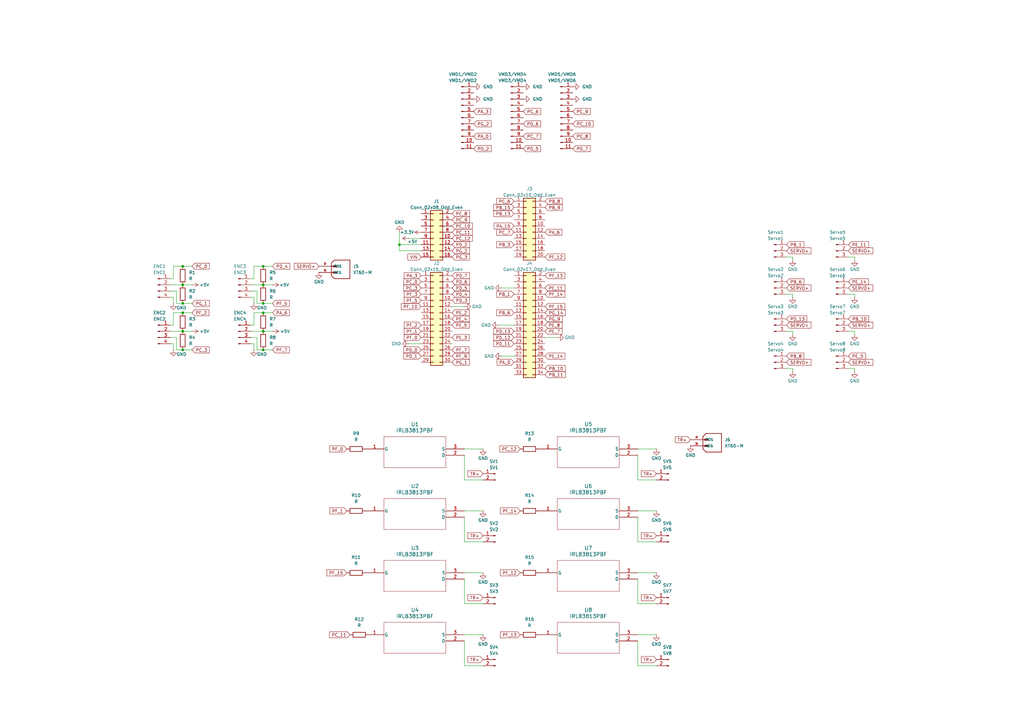
<source format=kicad_sch>
(kicad_sch (version 20250114) (generator "eeschema") (generator_version "9.0")
  (paper "A3")
  (junction (at 163.83 100.33))
  (junction (at 74.93 135.89))
  (junction (at 74.93 143.51))
  (junction (at 74.93 128.27))
  (junction (at 74.93 109.22))
  (junction (at 74.93 116.84))
  (junction (at 107.95 128.27))
  (junction (at 107.95 135.89))
  (junction (at 107.95 116.84))
  (junction (at 74.93 124.46))
  (junction (at 107.95 143.51))
  (junction (at 107.95 109.22))
  (junction (at 107.95 124.46))
  (wire (pts (xy 71.12 128.27) (xy 74.93 128.27)))
  (wire (pts (xy 325.12 105.41) (xy 325.12 106.68)))
  (wire (pts (xy 347.98 120.65) (xy 350.52 120.65)))
  (wire (pts (xy 261.62 196.85) (xy 269.24 196.85)))
  (wire (pts (xy 347.98 151.13) (xy 350.52 151.13)))
  (wire (pts (xy 102.87 138.43) (xy 105.41 138.43)))
  (wire (pts (xy 74.93 128.27) (xy 78.74 128.27)))
  (wire (pts (xy 261.62 234.95) (xy 269.24 234.95)))
  (wire (pts (xy 102.87 114.3) (xy 104.14 114.3)))
  (wire (pts (xy 325.12 135.89) (xy 325.12 137.16)))
  (wire (pts (xy 261.62 260.35) (xy 269.24 260.35)))
  (wire (pts (xy 71.12 114.3) (xy 71.12 109.22)))
  (wire (pts (xy 205.74 146.05) (xy 210.82 146.05)))
  (wire (pts (xy 72.39 143.51) (xy 74.93 143.51)))
  (wire (pts (xy 204.47 133.35) (xy 210.82 133.35)))
  (wire (pts (xy 69.85 119.38) (xy 72.39 119.38)))
  (wire (pts (xy 261.62 184.15) (xy 269.24 184.15)))
  (wire (pts (xy 163.83 100.33) (xy 172.72 100.33)))
  (wire (pts (xy 261.62 237.49) (xy 261.62 247.65)))
  (wire (pts (xy 261.62 273.05) (xy 269.24 273.05)))
  (wire (pts (xy 104.14 109.22) (xy 107.95 109.22)))
  (wire (pts (xy 163.83 100.33) (xy 163.83 102.87)))
  (wire (pts (xy 261.62 209.55) (xy 269.24 209.55)))
  (wire (pts (xy 190.5 186.69) (xy 190.5 196.85)))
  (wire (pts (xy 223.52 138.43) (xy 228.6 138.43)))
  (wire (pts (xy 105.41 138.43) (xy 105.41 143.51)))
  (wire (pts (xy 261.62 222.25) (xy 269.24 222.25)))
  (wire (pts (xy 190.5 260.35) (xy 198.12 260.35)))
  (wire (pts (xy 261.62 247.65) (xy 269.24 247.65)))
  (wire (pts (xy 72.39 138.43) (xy 72.39 143.51)))
  (wire (pts (xy 74.93 143.51) (xy 78.74 143.51)))
  (wire (pts (xy 102.87 121.92) (xy 104.14 121.92)))
  (wire (pts (xy 69.85 116.84) (xy 74.93 116.84)))
  (wire (pts (xy 325.12 151.13) (xy 325.12 152.4)))
  (wire (pts (xy 104.14 133.35) (xy 104.14 128.27)))
  (wire (pts (xy 167.64 140.97) (xy 172.72 140.97)))
  (wire (pts (xy 69.85 121.92) (xy 71.12 121.92)))
  (wire (pts (xy 347.98 105.41) (xy 350.52 105.41)))
  (wire (pts (xy 322.58 151.13) (xy 325.12 151.13)))
  (wire (pts (xy 172.72 102.87) (xy 163.83 102.87)))
  (wire (pts (xy 107.95 143.51) (xy 111.76 143.51)))
  (wire (pts (xy 105.41 143.51) (xy 107.95 143.51)))
  (wire (pts (xy 107.95 124.46) (xy 111.76 124.46)))
  (wire (pts (xy 69.85 114.3) (xy 71.12 114.3)))
  (wire (pts (xy 261.62 186.69) (xy 261.62 196.85)))
  (wire (pts (xy 107.95 128.27) (xy 111.76 128.27)))
  (wire (pts (xy 107.95 135.89) (xy 111.76 135.89)))
  (wire (pts (xy 167.64 97.79) (xy 172.72 97.79)))
  (wire (pts (xy 350.52 105.41) (xy 350.52 106.68)))
  (wire (pts (xy 190.5 196.85) (xy 198.12 196.85)))
  (wire (pts (xy 205.74 118.11) (xy 210.82 118.11)))
  (wire (pts (xy 72.39 124.46) (xy 74.93 124.46)))
  (wire (pts (xy 185.42 125.73) (xy 190.5 125.73)))
  (wire (pts (xy 72.39 119.38) (xy 72.39 124.46)))
  (wire (pts (xy 104.14 121.92) (xy 104.14 124.46)))
  (wire (pts (xy 190.5 234.95) (xy 198.12 234.95)))
  (wire (pts (xy 71.12 121.92) (xy 71.12 124.46)))
  (wire (pts (xy 102.87 133.35) (xy 104.14 133.35)))
  (wire (pts (xy 69.85 135.89) (xy 74.93 135.89)))
  (wire (pts (xy 163.83 95.25) (xy 163.83 100.33)))
  (wire (pts (xy 104.14 128.27) (xy 107.95 128.27)))
  (wire (pts (xy 322.58 120.65) (xy 325.12 120.65)))
  (wire (pts (xy 74.93 109.22) (xy 78.74 109.22)))
  (wire (pts (xy 74.93 135.89) (xy 78.74 135.89)))
  (wire (pts (xy 71.12 140.97) (xy 71.12 143.51)))
  (wire (pts (xy 347.98 135.89) (xy 350.52 135.89)))
  (wire (pts (xy 71.12 109.22) (xy 74.93 109.22)))
  (wire (pts (xy 322.58 135.89) (xy 325.12 135.89)))
  (wire (pts (xy 107.95 109.22) (xy 111.76 109.22)))
  (wire (pts (xy 104.14 114.3) (xy 104.14 109.22)))
  (wire (pts (xy 69.85 140.97) (xy 71.12 140.97)))
  (wire (pts (xy 190.5 273.05) (xy 198.12 273.05)))
  (wire (pts (xy 102.87 119.38) (xy 105.41 119.38)))
  (wire (pts (xy 350.52 151.13) (xy 350.52 152.4)))
  (wire (pts (xy 350.52 120.65) (xy 350.52 121.92)))
  (wire (pts (xy 261.62 262.89) (xy 261.62 273.05)))
  (wire (pts (xy 261.62 212.09) (xy 261.62 222.25)))
  (wire (pts (xy 104.14 140.97) (xy 104.14 143.51)))
  (wire (pts (xy 74.93 124.46) (xy 78.74 124.46)))
  (wire (pts (xy 107.95 116.84) (xy 111.76 116.84)))
  (wire (pts (xy 190.5 209.55) (xy 198.12 209.55)))
  (wire (pts (xy 102.87 135.89) (xy 107.95 135.89)))
  (wire (pts (xy 102.87 140.97) (xy 104.14 140.97)))
  (wire (pts (xy 350.52 135.89) (xy 350.52 137.16)))
  (wire (pts (xy 190.5 237.49) (xy 190.5 247.65)))
  (wire (pts (xy 190.5 212.09) (xy 190.5 222.25)))
  (wire (pts (xy 190.5 222.25) (xy 198.12 222.25)))
  (wire (pts (xy 74.93 116.84) (xy 78.74 116.84)))
  (wire (pts (xy 325.12 120.65) (xy 325.12 121.92)))
  (wire (pts (xy 102.87 116.84) (xy 107.95 116.84)))
  (wire (pts (xy 190.5 247.65) (xy 198.12 247.65)))
  (wire (pts (xy 69.85 133.35) (xy 71.12 133.35)))
  (wire (pts (xy 105.41 124.46) (xy 107.95 124.46)))
  (wire (pts (xy 105.41 119.38) (xy 105.41 124.46)))
  (wire (pts (xy 190.5 184.15) (xy 198.12 184.15)))
  (wire (pts (xy 322.58 105.41) (xy 325.12 105.41)))
  (wire (pts (xy 71.12 133.35) (xy 71.12 128.27)))
  (wire (pts (xy 190.5 262.89) (xy 190.5 273.05)))
  (wire (pts (xy 69.85 138.43) (xy 72.39 138.43)))
  (global_label "PG_14" (shape input) (at 223.52 128.27 0) (property "Intersheetrefs" "${INTERSHEET_REFS}" (effects (hide yes))))
  (global_label "PA_3" (shape input) (at 172.72 113.03 180) (property "Intersheetrefs" "${INTERSHEET_REFS}" (effects (hide yes))))
  (global_label "PC_6" (shape input) (at 214.63 45.72 0) (property "Intersheetrefs" "${INTERSHEET_REFS}" (effects (hide yes))))
  (global_label "TR+" (shape input) (at 269.24 219.71 180) (property "Intersheetrefs" "${INTERSHEET_REFS}" (effects (hide yes))))
  (global_label "PC_9" (shape input) (at 185.42 90.17 0) (property "Intersheetrefs" "${INTERSHEET_REFS}" (effects (hide yes))))
  (global_label "TR+" (shape input) (at 269.24 194.31 180) (property "Intersheetrefs" "${INTERSHEET_REFS}" (effects (hide yes))))
  (global_label "PG_1" (shape input) (at 78.74 124.46 0) (property "Intersheetrefs" "${INTERSHEET_REFS}" (effects (hide yes))))
  (global_label "PC_10" (shape input) (at 185.42 92.71 0) (property "Intersheetrefs" "${INTERSHEET_REFS}" (effects (hide yes))))
  (global_label "PA_3" (shape input) (at 194.31 45.72 0) (property "Intersheetrefs" "${INTERSHEET_REFS}" (effects (hide yes))))
  (global_label "VIN" (shape input) (at 172.72 105.41 180) (property "Intersheetrefs" "${INTERSHEET_REFS}" (effects (hide yes))))
  (global_label "TR+" (shape input) (at 198.12 194.31 180) (property "Intersheetrefs" "${INTERSHEET_REFS}" (effects (hide yes))))
  (global_label "PF_7" (shape input) (at 185.42 143.51 0) (property "Intersheetrefs" "${INTERSHEET_REFS}" (effects (hide yes))))
  (global_label "PD_13" (shape input) (at 322.58 130.81 0) (property "Intersheetrefs" "${INTERSHEET_REFS}" (effects (hide yes))))
  (global_label "PF_5" (shape input) (at 111.76 124.46 0) (property "Intersheetrefs" "${INTERSHEET_REFS}" (effects (hide yes))))
  (global_label "PC_8" (shape input) (at 234.95 55.88 0) (property "Intersheetrefs" "${INTERSHEET_REFS}" (effects (hide yes))))
  (global_label "PC_12" (shape input) (at 213.36 184.15 180) (property "Intersheetrefs" "${INTERSHEET_REFS}" (effects (hide yes))))
  (global_label "PC_0" (shape input) (at 78.74 109.22 0) (property "Intersheetrefs" "${INTERSHEET_REFS}" (effects (hide yes))))
  (global_label "PB_10" (shape input) (at 347.98 130.81 0) (property "Intersheetrefs" "${INTERSHEET_REFS}" (effects (hide yes))))
  (global_label "PE_11" (shape input) (at 347.98 100.33 0) (property "Intersheetrefs" "${INTERSHEET_REFS}" (effects (hide yes))))
  (global_label "PB_8" (shape input) (at 223.52 82.55 0) (property "Intersheetrefs" "${INTERSHEET_REFS}" (effects (hide yes))))
  (global_label "PF_0" (shape input) (at 142.24 184.15 180) (property "Intersheetrefs" "${INTERSHEET_REFS}" (effects (hide yes))))
  (global_label "PB_1" (shape input) (at 210.82 120.65 180) (property "Intersheetrefs" "${INTERSHEET_REFS}" (effects (hide yes))))
  (global_label "PA_0" (shape input) (at 210.82 148.59 180) (property "Intersheetrefs" "${INTERSHEET_REFS}" (effects (hide yes))))
  (global_label "PB_9" (shape input) (at 223.52 85.09 0) (property "Intersheetrefs" "${INTERSHEET_REFS}" (effects (hide yes))))
  (global_label "PC_0" (shape input) (at 172.72 115.57 180) (property "Intersheetrefs" "${INTERSHEET_REFS}" (effects (hide yes))))
  (global_label "PD_3" (shape input) (at 185.42 123.19 0) (property "Intersheetrefs" "${INTERSHEET_REFS}" (effects (hide yes))))
  (global_label "PC_9" (shape input) (at 234.95 45.72 0) (property "Intersheetrefs" "${INTERSHEET_REFS}" (effects (hide yes))))
  (global_label "PD_4" (shape input) (at 185.42 120.65 0) (property "Intersheetrefs" "${INTERSHEET_REFS}" (effects (hide yes))))
  (global_label "PD_6" (shape input) (at 214.63 50.8 0) (property "Intersheetrefs" "${INTERSHEET_REFS}" (effects (hide yes))))
  (global_label "PB_10" (shape input) (at 223.52 151.13 0) (property "Intersheetrefs" "${INTERSHEET_REFS}" (effects (hide yes))))
  (global_label "PB_6" (shape input) (at 322.58 115.57 0) (property "Intersheetrefs" "${INTERSHEET_REFS}" (effects (hide yes))))
  (global_label "PB_11" (shape input) (at 223.52 153.67 0) (property "Intersheetrefs" "${INTERSHEET_REFS}" (effects (hide yes))))
  (global_label "PD_12" (shape input) (at 210.82 138.43 180) (property "Intersheetrefs" "${INTERSHEET_REFS}" (effects (hide yes))))
  (global_label "PD_5" (shape input) (at 214.63 60.96 0) (property "Intersheetrefs" "${INTERSHEET_REFS}" (effects (hide yes))))
  (global_label "PF_15" (shape input) (at 142.24 234.95 180) (property "Intersheetrefs" "${INTERSHEET_REFS}" (effects (hide yes))))
  (global_label "SERVO+" (shape input) (at 322.58 133.35 0) (property "Intersheetrefs" "${INTERSHEET_REFS}" (effects (hide yes))))
  (global_label "PB_6" (shape input) (at 210.82 128.27 180) (property "Intersheetrefs" "${INTERSHEET_REFS}" (effects (hide yes))))
  (global_label "PE_11" (shape input) (at 223.52 118.11 0) (property "Intersheetrefs" "${INTERSHEET_REFS}" (effects (hide yes))))
  (global_label "PB_1" (shape input) (at 322.58 100.33 0) (property "Intersheetrefs" "${INTERSHEET_REFS}" (effects (hide yes))))
  (global_label "PE_4" (shape input) (at 185.42 130.81 0) (property "Intersheetrefs" "${INTERSHEET_REFS}" (effects (hide yes))))
  (global_label "PA_15" (shape input) (at 210.82 92.71 180) (property "Intersheetrefs" "${INTERSHEET_REFS}" (effects (hide yes))))
  (global_label "PF_1" (shape input) (at 172.72 135.89 180) (property "Intersheetrefs" "${INTERSHEET_REFS}" (effects (hide yes))))
  (global_label "PF_10" (shape input) (at 172.72 125.73 180) (property "Intersheetrefs" "${INTERSHEET_REFS}" (effects (hide yes))))
  (global_label "PD_7" (shape input) (at 234.95 60.96 0) (property "Intersheetrefs" "${INTERSHEET_REFS}" (effects (hide yes))))
  (global_label "PE_5" (shape input) (at 185.42 133.35 0) (property "Intersheetrefs" "${INTERSHEET_REFS}" (effects (hide yes))))
  (global_label "PB_15" (shape input) (at 210.82 85.09 180) (property "Intersheetrefs" "${INTERSHEET_REFS}" (effects (hide yes))))
  (global_label "PD_2" (shape input) (at 185.42 100.33 0) (property "Intersheetrefs" "${INTERSHEET_REFS}" (effects (hide yes))))
  (global_label "TR+" (shape input) (at 198.12 270.51 180) (property "Intersheetrefs" "${INTERSHEET_REFS}" (effects (hide yes))))
  (global_label "SERVO+" (shape input) (at 347.98 148.59 0) (property "Intersheetrefs" "${INTERSHEET_REFS}" (effects (hide yes))))
  (global_label "PE_8" (shape input) (at 223.52 133.35 0) (property "Intersheetrefs" "${INTERSHEET_REFS}" (effects (hide yes))))
  (global_label "PD_11" (shape input) (at 210.82 140.97 180) (property "Intersheetrefs" "${INTERSHEET_REFS}" (effects (hide yes))))
  (global_label "PC_7" (shape input) (at 210.82 95.25 180) (property "Intersheetrefs" "${INTERSHEET_REFS}" (effects (hide yes))))
  (global_label "PG_2" (shape input) (at 185.42 102.87 0) (property "Intersheetrefs" "${INTERSHEET_REFS}" (effects (hide yes))))
  (global_label "PA_6" (shape input) (at 111.76 128.27 0) (property "Intersheetrefs" "${INTERSHEET_REFS}" (effects (hide yes))))
  (global_label "PG_3" (shape input) (at 185.42 105.41 0) (property "Intersheetrefs" "${INTERSHEET_REFS}" (effects (hide yes))))
  (global_label "SERVO+" (shape input) (at 347.98 102.87 0) (property "Intersheetrefs" "${INTERSHEET_REFS}" (effects (hide yes))))
  (global_label "PD_7" (shape input) (at 185.42 113.03 0) (property "Intersheetrefs" "${INTERSHEET_REFS}" (effects (hide yes))))
  (global_label "PD_4" (shape input) (at 111.76 109.22 0) (property "Intersheetrefs" "${INTERSHEET_REFS}" (effects (hide yes))))
  (global_label "PF_5" (shape input) (at 172.72 123.19 180) (property "Intersheetrefs" "${INTERSHEET_REFS}" (effects (hide yes))))
  (global_label "TR+" (shape input) (at 283.21 180.34 180) (property "Intersheetrefs" "${INTERSHEET_REFS}" (effects (hide yes))))
  (global_label "PC_10" (shape input) (at 234.95 50.8 0) (property "Intersheetrefs" "${INTERSHEET_REFS}" (effects (hide yes))))
  (global_label "PF_7" (shape input) (at 111.76 143.51 0) (property "Intersheetrefs" "${INTERSHEET_REFS}" (effects (hide yes))))
  (global_label "PD_0" (shape input) (at 172.72 143.51 180) (property "Intersheetrefs" "${INTERSHEET_REFS}" (effects (hide yes))))
  (global_label "PC_3" (shape input) (at 78.74 143.51 0) (property "Intersheetrefs" "${INTERSHEET_REFS}" (effects (hide yes))))
  (global_label "PF_12" (shape input) (at 223.52 105.41 0) (property "Intersheetrefs" "${INTERSHEET_REFS}" (effects (hide yes))))
  (global_label "PF_3" (shape input) (at 172.72 120.65 180) (property "Intersheetrefs" "${INTERSHEET_REFS}" (effects (hide yes))))
  (global_label "PF_15" (shape input) (at 223.52 125.73 0) (property "Intersheetrefs" "${INTERSHEET_REFS}" (effects (hide yes))))
  (global_label "SERVO+" (shape input) (at 322.58 118.11 0) (property "Intersheetrefs" "${INTERSHEET_REFS}" (effects (hide yes))))
  (global_label "TR+" (shape input) (at 269.24 270.51 180) (property "Intersheetrefs" "${INTERSHEET_REFS}" (effects (hide yes))))
  (global_label "PE_14" (shape input) (at 223.52 146.05 0) (property "Intersheetrefs" "${INTERSHEET_REFS}" (effects (hide yes))))
  (global_label "PC_6" (shape input) (at 210.82 82.55 180) (property "Intersheetrefs" "${INTERSHEET_REFS}" (effects (hide yes))))
  (global_label "PF_13" (shape input) (at 223.52 113.03 0) (property "Intersheetrefs" "${INTERSHEET_REFS}" (effects (hide yes))))
  (global_label "PE_2" (shape input) (at 185.42 128.27 0) (property "Intersheetrefs" "${INTERSHEET_REFS}" (effects (hide yes))))
  (global_label "PF_0" (shape input) (at 172.72 138.43 180) (property "Intersheetrefs" "${INTERSHEET_REFS}" (effects (hide yes))))
  (global_label "PE_7" (shape input) (at 223.52 135.89 0) (property "Intersheetrefs" "${INTERSHEET_REFS}" (effects (hide yes))))
  (global_label "PC_12" (shape input) (at 185.42 97.79 0) (property "Intersheetrefs" "${INTERSHEET_REFS}" (effects (hide yes))))
  (global_label "PE_5" (shape input) (at 347.98 146.05 0) (property "Intersheetrefs" "${INTERSHEET_REFS}" (effects (hide yes))))
  (global_label "SERVO+" (shape input) (at 347.98 133.35 0) (property "Intersheetrefs" "${INTERSHEET_REFS}" (effects (hide yes))))
  (global_label "PF_2" (shape input) (at 78.74 128.27 0) (property "Intersheetrefs" "${INTERSHEET_REFS}" (effects (hide yes))))
  (global_label "TR+" (shape input) (at 198.12 245.11 180) (property "Intersheetrefs" "${INTERSHEET_REFS}" (effects (hide yes))))
  (global_label "PE_3" (shape input) (at 185.42 138.43 0) (property "Intersheetrefs" "${INTERSHEET_REFS}" (effects (hide yes))))
  (global_label "PG_9" (shape input) (at 223.52 130.81 0) (property "Intersheetrefs" "${INTERSHEET_REFS}" (effects (hide yes))))
  (global_label "PF_9" (shape input) (at 185.42 146.05 0) (property "Intersheetrefs" "${INTERSHEET_REFS}" (effects (hide yes))))
  (global_label "PC_7" (shape input) (at 214.63 55.88 0) (property "Intersheetrefs" "${INTERSHEET_REFS}" (effects (hide yes))))
  (global_label "PB_8" (shape input) (at 322.58 146.05 0) (property "Intersheetrefs" "${INTERSHEET_REFS}" (effects (hide yes))))
  (global_label "SERVO+" (shape input) (at 347.98 118.11 0) (property "Intersheetrefs" "${INTERSHEET_REFS}" (effects (hide yes))))
  (global_label "PF_2" (shape input) (at 172.72 133.35 180) (property "Intersheetrefs" "${INTERSHEET_REFS}" (effects (hide yes))))
  (global_label "PD_13" (shape input) (at 210.82 135.89 180) (property "Intersheetrefs" "${INTERSHEET_REFS}" (effects (hide yes))))
  (global_label "PD_6" (shape input) (at 185.42 115.57 0) (property "Intersheetrefs" "${INTERSHEET_REFS}" (effects (hide yes))))
  (global_label "TR+" (shape input) (at 269.24 245.11 180) (property "Intersheetrefs" "${INTERSHEET_REFS}" (effects (hide yes))))
  (global_label "TR+" (shape input) (at 198.12 219.71 180) (property "Intersheetrefs" "${INTERSHEET_REFS}" (effects (hide yes))))
  (global_label "PC_8" (shape input) (at 185.42 87.63 0) (property "Intersheetrefs" "${INTERSHEET_REFS}" (effects (hide yes))))
  (global_label "PF_1" (shape input) (at 142.24 209.55 180) (property "Intersheetrefs" "${INTERSHEET_REFS}" (effects (hide yes))))
  (global_label "SERVO+" (shape input) (at 322.58 102.87 0) (property "Intersheetrefs" "${INTERSHEET_REFS}" (effects (hide yes))))
  (global_label "SERVO+" (shape input) (at 130.81 109.22 180) (property "Intersheetrefs" "${INTERSHEET_REFS}" (effects (hide yes))))
  (global_label "PC_11" (shape input) (at 143.51 260.35 180) (property "Intersheetrefs" "${INTERSHEET_REFS}" (effects (hide yes))))
  (global_label "SERVO+" (shape input) (at 322.58 148.59 0) (property "Intersheetrefs" "${INTERSHEET_REFS}" (effects (hide yes))))
  (global_label "PA_6" (shape input) (at 223.52 95.25 0) (property "Intersheetrefs" "${INTERSHEET_REFS}" (effects (hide yes))))
  (global_label "PG_1" (shape input) (at 185.42 148.59 0) (property "Intersheetrefs" "${INTERSHEET_REFS}" (effects (hide yes))))
  (global_label "PA_0" (shape input) (at 194.31 55.88 0) (property "Intersheetrefs" "${INTERSHEET_REFS}" (effects (hide yes))))
  (global_label "PC_11" (shape input) (at 185.42 95.25 0) (property "Intersheetrefs" "${INTERSHEET_REFS}" (effects (hide yes))))
  (global_label "PD_2" (shape input) (at 194.31 60.96 0) (property "Intersheetrefs" "${INTERSHEET_REFS}" (effects (hide yes))))
  (global_label "PD_5" (shape input) (at 185.42 118.11 0) (property "Intersheetrefs" "${INTERSHEET_REFS}" (effects (hide yes))))
  (global_label "PF_14" (shape input) (at 223.52 120.65 0) (property "Intersheetrefs" "${INTERSHEET_REFS}" (effects (hide yes))))
  (global_label "PG_2" (shape input) (at 194.31 50.8 0) (property "Intersheetrefs" "${INTERSHEET_REFS}" (effects (hide yes))))
  (global_label "PE_14" (shape input) (at 347.98 115.57 0) (property "Intersheetrefs" "${INTERSHEET_REFS}" (effects (hide yes))))
  (global_label "PF_12" (shape input) (at 213.36 234.95 180) (property "Intersheetrefs" "${INTERSHEET_REFS}" (effects (hide yes))))
  (global_label "PB_13" (shape input) (at 210.82 87.63 180) (property "Intersheetrefs" "${INTERSHEET_REFS}" (effects (hide yes))))
  (global_label "PF_14" (shape input) (at 213.36 209.55 180) (property "Intersheetrefs" "${INTERSHEET_REFS}" (effects (hide yes))))
  (global_label "PC_3" (shape input) (at 172.72 118.11 180) (property "Intersheetrefs" "${INTERSHEET_REFS}" (effects (hide yes))))
  (global_label "PD_1" (shape input) (at 172.72 146.05 180) (property "Intersheetrefs" "${INTERSHEET_REFS}" (effects (hide yes))))
  (global_label "PF_13" (shape input) (at 213.36 260.35 180) (property "Intersheetrefs" "${INTERSHEET_REFS}" (effects (hide yes))))
  (global_label "PB_3" (shape input) (at 210.82 100.33 180) (property "Intersheetrefs" "${INTERSHEET_REFS}" (effects (hide yes))))
  (symbol (lib_id "power:GND") (at 350.52 121.92 0) (unit 1)
    (property "Reference" "#PWR029" (effects (hide yes)))
    (property "Value" "GND" (at 350.52 125.73 0))
    (property "Description" "Power symbol creates a global label with name \"GND\" , ground" (effects (hide yes)))
  )
  (symbol (lib_id "Device:R") (at 217.17 209.55 90) (unit 1)
    (property "Reference" "R14" (at 217.17 203.2 90))
    (property "Value" "R" (at 217.17 205.74 90))
    (property "Footprint" "Resistor_THT:R_Axial_DIN0207_L6.3mm_D2.5mm_P10.16mm_Horizontal" (effects (hide yes)))
    (property "Description" "Resistor" (effects (hide yes)))
  )
  (symbol (lib_id "Connector:Conn_01x04_Pin") (at 97.79 135.89 0) (unit 1)
    (property "Reference" "ENC4" (at 98.425 128.27 0))
    (property "Value" "ENC4" (at 98.425 130.81 0))
    (property "Footprint" "Connector_PinHeader_2.54mm:PinHeader_1x04_P2.54mm_Vertical" (effects (hide yes)))
    (property "Description" "Generic connector, single row, 01x04, script generated" (effects (hide yes)))
  )
  (symbol (lib_id "Connector:Conn_01x03_Pin") (at 317.5 118.11 0) (unit 1)
    (property "Reference" "Servo2" (at 318.135 110.49 0))
    (property "Value" "Servo2" (at 318.135 113.03 0))
    (property "Footprint" "Connector_PinHeader_2.54mm:PinHeader_1x03_P2.54mm_Vertical" (effects (hide yes)))
    (property "Description" "Generic connector, single row, 01x03, script generated" (effects (hide yes)))
  )
  (symbol (lib_id "Connector:Conn_01x03_Pin") (at 342.9 118.11 0) (unit 1)
    (property "Reference" "Servo6" (at 343.535 110.49 0))
    (property "Value" "Servo6" (at 343.535 113.03 0))
    (property "Footprint" "Connector_PinHeader_2.54mm:PinHeader_1x03_P2.54mm_Vertical" (effects (hide yes)))
    (property "Description" "Generic connector, single row, 01x03, script generated" (effects (hide yes)))
  )
  (symbol (lib_id "Device:R") (at 107.95 120.65 0) (unit 1)
    (property "Reference" "R6" (at 110.49 119.3799 0) (effects (justify left)))
    (property "Value" "R" (at 110.49 121.9199 0) (effects (justify left)))
    (property "Footprint" "Resistor_THT:R_Axial_DIN0207_L6.3mm_D2.5mm_P10.16mm_Horizontal" (effects (hide yes)))
    (property "Description" "Resistor" (effects (hide yes)))
  )
  (symbol (lib_id "Device:R") (at 74.93 113.03 0) (unit 1)
    (property "Reference" "R1" (at 77.47 111.7599 0) (effects (justify left)))
    (property "Value" "R" (at 77.47 114.2999 0) (effects (justify left)))
    (property "Footprint" "Resistor_THT:R_Axial_DIN0207_L6.3mm_D2.5mm_P10.16mm_Horizontal" (effects (hide yes)))
    (property "Description" "Resistor" (effects (hide yes)))
  )
  (symbol (lib_id "power:GND") (at 325.12 121.92 0) (unit 1)
    (property "Reference" "#PWR025" (effects (hide yes)))
    (property "Value" "GND" (at 325.12 125.73 0))
    (property "Description" "Power symbol creates a global label with name \"GND\" , ground" (effects (hide yes)))
  )
  (symbol (lib_id "power:+5V") (at 111.76 135.89 270) (unit 1)
    (property "Reference" "#PWR023" (effects (hide yes)))
    (property "Value" "+5V" (at 114.808 135.89 90) (effects (justify left)))
    (property "Description" "Power symbol creates a global label with name \"+5V\"" (effects (hide yes)))
  )
  (symbol (lib_id "Device:R") (at 147.32 260.35 90) (unit 1)
    (property "Reference" "R12" (at 147.32 254 90))
    (property "Value" "R" (at 147.32 256.54 90))
    (property "Footprint" "Resistor_THT:R_Axial_DIN0207_L6.3mm_D2.5mm_P10.16mm_Horizontal" (effects (hide yes)))
    (property "Description" "Resistor" (effects (hide yes)))
  )
  (symbol (lib_id "power:GND") (at 198.12 209.55 0) (unit 1)
    (property "Reference" "#PWR033" (effects (hide yes)))
    (property "Value" "GND" (at 198.12 213.36 0))
    (property "Description" "Power symbol creates a global label with name \"GND\" , ground" (effects (hide yes)))
  )
  (symbol (lib_id "Device:R") (at 74.93 132.08 0) (unit 1)
    (property "Reference" "R3" (at 77.47 130.8099 0) (effects (justify left)))
    (property "Value" "R" (at 77.47 133.3499 0) (effects (justify left)))
    (property "Footprint" "Resistor_THT:R_Axial_DIN0207_L6.3mm_D2.5mm_P10.16mm_Horizontal" (effects (hide yes)))
    (property "Description" "Resistor" (effects (hide yes)))
  )
  (symbol (lib_id "XT60-M:XT60-M") (at 135.89 111.76 0) (unit 1)
    (property "Reference" "J5" (at 144.78 109.2199 0) (effects (justify left)))
    (property "Value" "XT60-M" (at 144.78 111.7599 0) (effects (justify left)))
    (property "Footprint" "Connector_AMASS:AMASS_XT60-M_1x02_P7.20mm_Vertical" (effects (hide yes)))
    (property "MF" "AMASS" (effects (hide yes)))
    (property "MAXIMUM_PACKAGE_HEIGHT" "16.00 mm" (effects (hide yes)))
    (property "Package" "Package" (effects (hide yes)))
    (property "Price" "None" (effects (hide yes)))
    (property "Check_prices" "https://www.snapeda.com/parts/XT60-M/AMASS/view-part/?ref=eda" (effects (hide yes)))
    (property "STANDARD" "IPC 7351B" (effects (hide yes)))
    (property "PARTREV" "V1.2" (effects (hide yes)))
    (property "SnapEDA_Link" "https://www.snapeda.com/parts/XT60-M/AMASS/view-part/?ref=snap" (effects (hide yes)))
    (property "MP" "XT60-M" (effects (hide yes)))
    (property "Description_1" "Plug; DC supply; XT60; male; PIN: 2; for cable; soldered; 30A; 500V" (effects (hide yes)))
    (property "Availability" "Not in stock" (effects (hide yes)))
    (property "MANUFACTURER" "AMASS" (effects (hide yes)))
  )
  (symbol (lib_id "power:GND") (at 194.31 35.56 90) (unit 1)
    (property "Reference" "#PWR010" (effects (hide yes)))
    (property "Value" "GND" (at 198.12 35.5599 90) (effects (justify right)))
    (property "Description" "Power symbol creates a global label with name \"GND\" , ground" (effects (hide yes)))
  )
  (symbol (lib_id "power:GND") (at 214.63 40.64 90) (unit 1)
    (property "Reference" "#PWR013" (effects (hide yes)))
    (property "Value" "GND" (at 218.44 40.6399 90) (effects (justify right)))
    (property "Description" "Power symbol creates a global label with name \"GND\" , ground" (effects (hide yes)))
  )
  (symbol (lib_id "power:GND") (at 269.24 184.15 0) (unit 1)
    (property "Reference" "#PWR036" (effects (hide yes)))
    (property "Value" "GND" (at 269.24 187.96 0))
    (property "Description" "Power symbol creates a global label with name \"GND\" , ground" (effects (hide yes)))
  )
  (symbol (lib_id "power:GND") (at 350.52 137.16 0) (unit 1)
    (property "Reference" "#PWR030" (effects (hide yes)))
    (property "Value" "GND" (at 350.52 140.97 0))
    (property "Description" "Power symbol creates a global label with name \"GND\" , ground" (effects (hide yes)))
  )
  (symbol (lib_id "power:GND") (at 350.52 152.4 0) (unit 1)
    (property "Reference" "#PWR031" (effects (hide yes)))
    (property "Value" "GND" (at 350.52 156.21 0))
    (property "Description" "Power symbol creates a global label with name \"GND\" , ground" (effects (hide yes)))
  )
  (symbol (lib_id "power:GND") (at 130.81 111.76 0) (unit 1)
    (property "Reference" "#PWR040" (effects (hide yes)))
    (property "Value" "GND" (at 130.81 115.57 0))
    (property "Description" "Power symbol creates a global label with name \"GND\" , ground" (effects (hide yes)))
  )
  (symbol (lib_id "Device:R") (at 217.17 234.95 90) (unit 1)
    (property "Reference" "R15" (at 217.17 228.6 90))
    (property "Value" "R" (at 217.17 231.14 90))
    (property "Footprint" "Resistor_THT:R_Axial_DIN0207_L6.3mm_D2.5mm_P10.16mm_Horizontal" (effects (hide yes)))
    (property "Description" "Resistor" (effects (hide yes)))
  )
  (symbol (lib_id "power:GND") (at 325.12 106.68 0) (unit 1)
    (property "Reference" "#PWR024" (effects (hide yes)))
    (property "Value" "GND" (at 325.12 110.49 0))
    (property "Description" "Power symbol creates a global label with name \"GND\" , ground" (effects (hide yes)))
  )
  (symbol (lib_id "2025-03-07_17-55-51:IRLB3813PBF") (at 220.98 260.35 0) (unit 1)
    (property "Reference" "U8" (at 241.3 250.19 0) (effects (font (size 1.524 1.524))))
    (property "Value" "IRLB3813PBF" (at 241.3 252.73 0) (effects (font (size 1.524 1.524))))
    (property "Footprint" "footprints:PG-TO220-3_INF" (effects (hide yes)))
    (property "Datasheet" "IRLB3813PBF" (effects (hide yes)))
  )
  (symbol (lib_id "Device:R") (at 217.17 184.15 90) (unit 1)
    (property "Reference" "R13" (at 217.17 177.8 90))
    (property "Value" "R" (at 217.17 180.34 90))
    (property "Footprint" "Resistor_THT:R_Axial_DIN0207_L6.3mm_D2.5mm_P10.16mm_Horizontal" (effects (hide yes)))
    (property "Description" "Resistor" (effects (hide yes)))
  )
  (symbol (lib_id "Connector:Conn_01x03_Pin") (at 317.5 102.87 0) (unit 1)
    (property "Reference" "Servo1" (at 318.135 95.25 0))
    (property "Value" "Servo1" (at 318.135 97.79 0))
    (property "Footprint" "Connector_PinHeader_2.54mm:PinHeader_1x03_P2.54mm_Vertical" (effects (hide yes)))
    (property "Description" "Generic connector, single row, 01x03, script generated" (effects (hide yes)))
  )
  (symbol (lib_id "Connector:Conn_01x04_Pin") (at 97.79 116.84 0) (unit 1)
    (property "Reference" "ENC3" (at 98.425 109.22 0))
    (property "Value" "ENC3" (at 98.425 111.76 0))
    (property "Footprint" "Connector_PinHeader_2.54mm:PinHeader_1x04_P2.54mm_Vertical" (effects (hide yes)))
    (property "Description" "Generic connector, single row, 01x04, script generated" (effects (hide yes)))
  )
  (symbol (lib_id "power:+5V") (at 78.74 116.84 270) (unit 1)
    (property "Reference" "#PWR020" (effects (hide yes)))
    (property "Value" "+5V" (at 81.788 116.84 90) (effects (justify left)))
    (property "Description" "Power symbol creates a global label with name \"+5V\"" (effects (hide yes)))
  )
  (symbol (lib_id "power:+5V") (at 111.76 116.84 270) (unit 1)
    (property "Reference" "#PWR022" (effects (hide yes)))
    (property "Value" "+5V" (at 114.554 116.84 90) (effects (justify left)))
    (property "Description" "Power symbol creates a global label with name \"+5V\"" (effects (hide yes)))
  )
  (symbol (lib_id "power:GND") (at 104.14 143.51 0) (unit 1)
    (property "Reference" "#PWR019" (effects (hide yes)))
    (property "Value" "GND" (at 107.442 145.288 0))
    (property "Description" "Power symbol creates a global label with name \"GND\" , ground" (effects (hide yes)))
  )
  (symbol (lib_id "Connector:Conn_01x03_Pin") (at 342.9 133.35 0) (unit 1)
    (property "Reference" "Servo7" (at 343.535 125.73 0))
    (property "Value" "Servo7" (at 343.535 128.27 0))
    (property "Footprint" "Connector_PinHeader_2.54mm:PinHeader_1x03_P2.54mm_Vertical" (effects (hide yes)))
    (property "Description" "Generic connector, single row, 01x03, script generated" (effects (hide yes)))
  )
  (symbol (lib_id "2025-03-07_17-55-51:IRLB3813PBF") (at 149.86 209.55 0) (unit 1)
    (property "Reference" "U2" (at 170.18 199.39 0) (effects (font (size 1.524 1.524))))
    (property "Value" "IRLB3813PBF" (at 170.18 201.93 0) (effects (font (size 1.524 1.524))))
    (property "Footprint" "footprints:PG-TO220-3_INF" (effects (hide yes)))
    (property "Datasheet" "IRLB3813PBF" (effects (hide yes)))
  )
  (symbol (lib_id "Device:R") (at 74.93 139.7 0) (unit 1)
    (property "Reference" "R4" (at 77.47 138.4299 0) (effects (justify left)))
    (property "Value" "R" (at 77.47 140.9699 0) (effects (justify left)))
    (property "Footprint" "Resistor_THT:R_Axial_DIN0207_L6.3mm_D2.5mm_P10.16mm_Horizontal" (effects (hide yes)))
    (property "Description" "Resistor" (effects (hide yes)))
  )
  (symbol (lib_id "power:GND") (at 234.95 40.64 90) (unit 1)
    (property "Reference" "#PWR015" (effects (hide yes)))
    (property "Value" "GND" (at 238.76 40.6399 90) (effects (justify right)))
    (property "Description" "Power symbol creates a global label with name \"GND\" , ground" (effects (hide yes)))
  )
  (symbol (lib_id "XT60-M:XT60-M") (at 288.29 182.88 0) (unit 1)
    (property "Reference" "J6" (at 297.18 180.3399 0) (effects (justify left)))
    (property "Value" "XT60-M" (at 297.18 182.8799 0) (effects (justify left)))
    (property "Footprint" "Connector_AMASS:AMASS_XT60-M_1x02_P7.20mm_Vertical" (effects (hide yes)))
    (property "MF" "AMASS" (effects (hide yes)))
    (property "MAXIMUM_PACKAGE_HEIGHT" "16.00 mm" (effects (hide yes)))
    (property "Package" "Package" (effects (hide yes)))
    (property "Price" "None" (effects (hide yes)))
    (property "Check_prices" "https://www.snapeda.com/parts/XT60-M/AMASS/view-part/?ref=eda" (effects (hide yes)))
    (property "STANDARD" "IPC 7351B" (effects (hide yes)))
    (property "PARTREV" "V1.2" (effects (hide yes)))
    (property "SnapEDA_Link" "https://www.snapeda.com/parts/XT60-M/AMASS/view-part/?ref=snap" (effects (hide yes)))
    (property "MP" "XT60-M" (effects (hide yes)))
    (property "Description_1" "Plug; DC supply; XT60; male; PIN: 2; for cable; soldered; 30A; 500V" (effects (hide yes)))
    (property "Availability" "Not in stock" (effects (hide yes)))
    (property "MANUFACTURER" "AMASS" (effects (hide yes)))
  )
  (symbol (lib_id "power:GND") (at 325.12 152.4 0) (unit 1)
    (property "Reference" "#PWR027" (effects (hide yes)))
    (property "Value" "GND" (at 325.12 156.21 0))
    (property "Description" "Power symbol creates a global label with name \"GND\" , ground" (effects (hide yes)))
  )
  (symbol (lib_id "power:GND") (at 198.12 234.95 0) (unit 1)
    (property "Reference" "#PWR034" (effects (hide yes)))
    (property "Value" "GND" (at 198.12 238.76 0))
    (property "Description" "Power symbol creates a global label with name \"GND\" , ground" (effects (hide yes)))
  )
  (symbol (lib_id "power:GND") (at 214.63 35.56 90) (unit 1)
    (property "Reference" "#PWR012" (effects (hide yes)))
    (property "Value" "GND" (at 218.44 35.5599 90) (effects (justify right)))
    (property "Description" "Power symbol creates a global label with name \"GND\" , ground" (effects (hide yes)))
  )
  (symbol (lib_id "power:GND") (at 205.74 118.11 270) (unit 1)
    (property "Reference" "#PWR06" (effects (hide yes)))
    (property "Value" "GND" (at 202.692 118.11 90) (effects (justify right)))
    (property "Description" "Power symbol creates a global label with name \"GND\" , ground" (effects (hide yes)))
  )
  (symbol (lib_id "power:GND") (at 234.95 35.56 90) (unit 1)
    (property "Reference" "#PWR014" (effects (hide yes)))
    (property "Value" "GND" (at 238.76 35.5599 90) (effects (justify right)))
    (property "Description" "Power symbol creates a global label with name \"GND\" , ground" (effects (hide yes)))
  )
  (symbol (lib_id "power:+5V") (at 78.74 135.89 270) (unit 1)
    (property "Reference" "#PWR021" (effects (hide yes)))
    (property "Value" "+5V" (at 81.788 135.89 90) (effects (justify left)))
    (property "Description" "Power symbol creates a global label with name \"+5V\"" (effects (hide yes)))
  )
  (symbol (lib_id "power:GND") (at 198.12 184.15 0) (unit 1)
    (property "Reference" "#PWR032" (effects (hide yes)))
    (property "Value" "GND" (at 198.12 187.96 0))
    (property "Description" "Power symbol creates a global label with name \"GND\" , ground" (effects (hide yes)))
  )
  (symbol (lib_id "power:GND") (at 325.12 137.16 0) (unit 1)
    (property "Reference" "#PWR026" (effects (hide yes)))
    (property "Value" "GND" (at 325.12 140.97 0))
    (property "Description" "Power symbol creates a global label with name \"GND\" , ground" (effects (hide yes)))
  )
  (symbol (lib_id "power:GND") (at 228.6 138.43 90) (unit 1)
    (property "Reference" "#PWR09" (effects (hide yes)))
    (property "Value" "GND" (at 231.648 138.43 90) (effects (justify right)))
    (property "Description" "Power symbol creates a global label with name \"GND\" , ground" (effects (hide yes)))
  )
  (symbol (lib_id "power:+3.3V") (at 172.72 95.25 90) (unit 1)
    (property "Reference" "#PWR01" (effects (hide yes)))
    (property "Value" "+3.3V" (at 169.926 95.25 90) (effects (justify left)))
    (property "Description" "Power symbol creates a global label with name \"+3.3V\"" (effects (hide yes)))
  )
  (symbol (lib_id "power:GND") (at 205.74 146.05 270) (unit 1)
    (property "Reference" "#PWR07" (effects (hide yes)))
    (property "Value" "GND" (at 202.692 146.05 90) (effects (justify right)))
    (property "Description" "Power symbol creates a global label with name \"GND\" , ground" (effects (hide yes)))
  )
  (symbol (lib_id "Connector_Generic:Conn_02x10_Odd_Even") (at 215.9 92.71 0) (unit 1)
    (property "Reference" "J3" (at 217.17 77.47 0))
    (property "Value" "Conn_02x10_Odd_Even" (at 217.17 80.01 0))
    (property "Footprint" "Connector_PinHeader_2.54mm:PinHeader_2x10_P2.54mm_Vertical" (effects (hide yes)))
    (property "Description" "Generic connector, double row, 02x10, odd/even pin numbering scheme (row 1 odd numbers, row 2 even numbers), script generated (kicad-library-utils/schlib/autogen/connector/)" (effects (hide yes)))
  )
  (symbol (lib_id "Connector:Conn_01x02_Pin") (at 274.32 245.11 0) (mirror y) (unit 1)
    (property "Reference" "SV7" (at 273.685 240.03 0))
    (property "Value" "SV7" (at 273.685 242.57 0))
    (property "Footprint" "Connector_PinHeader_2.54mm:PinHeader_1x02_P2.54mm_Vertical" (effects (hide yes)))
    (property "Description" "Generic connector, single row, 01x02, script generated" (effects (hide yes)))
  )
  (symbol (lib_id "Connector:Conn_01x02_Pin") (at 274.32 194.31 0) (mirror y) (unit 1)
    (property "Reference" "SV5" (at 273.685 189.23 0))
    (property "Value" "SV5" (at 273.685 191.77 0))
    (property "Footprint" "Connector_PinHeader_2.54mm:PinHeader_1x02_P2.54mm_Vertical" (effects (hide yes)))
    (property "Description" "Generic connector, single row, 01x02, script generated" (effects (hide yes)))
  )
  (symbol (lib_id "power:GND") (at 104.14 124.46 0) (unit 1)
    (property "Reference" "#PWR018" (effects (hide yes)))
    (property "Value" "GND" (at 107.442 126.238 0))
    (property "Description" "Power symbol creates a global label with name \"GND\" , ground" (effects (hide yes)))
  )
  (symbol (lib_id "power:GND") (at 283.21 182.88 0) (unit 1)
    (property "Reference" "#PWR041" (effects (hide yes)))
    (property "Value" "GND" (at 283.21 186.69 0))
    (property "Description" "Power symbol creates a global label with name \"GND\" , ground" (effects (hide yes)))
  )
  (symbol (lib_id "power:GND") (at 198.12 260.35 0) (unit 1)
    (property "Reference" "#PWR035" (effects (hide yes)))
    (property "Value" "GND" (at 198.12 264.16 0))
    (property "Description" "Power symbol creates a global label with name \"GND\" , ground" (effects (hide yes)))
  )
  (symbol (lib_id "Connector:Conn_01x02_Pin") (at 203.2 219.71 0) (mirror y) (unit 1)
    (property "Reference" "SV2" (at 202.565 214.63 0))
    (property "Value" "SV2" (at 202.565 217.17 0))
    (property "Footprint" "Connector_PinHeader_2.54mm:PinHeader_1x02_P2.54mm_Vertical" (effects (hide yes)))
    (property "Description" "Generic connector, single row, 01x02, script generated" (effects (hide yes)))
  )
  (symbol (lib_id "2025-03-07_17-55-51:IRLB3813PBF") (at 220.98 209.55 0) (unit 1)
    (property "Reference" "U6" (at 241.3 199.39 0) (effects (font (size 1.524 1.524))))
    (property "Value" "IRLB3813PBF" (at 241.3 201.93 0) (effects (font (size 1.524 1.524))))
    (property "Footprint" "footprints:PG-TO220-3_INF" (effects (hide yes)))
    (property "Datasheet" "IRLB3813PBF" (effects (hide yes)))
  )
  (symbol (lib_id "Connector:Conn_01x02_Pin") (at 203.2 270.51 0) (mirror y) (unit 1)
    (property "Reference" "SV4" (at 202.565 265.43 0))
    (property "Value" "SV4" (at 202.565 267.97 0))
    (property "Footprint" "Connector_PinHeader_2.54mm:PinHeader_1x02_P2.54mm_Vertical" (effects (hide yes)))
    (property "Description" "Generic connector, single row, 01x02, script generated" (effects (hide yes)))
  )
  (symbol (lib_id "Device:R") (at 107.95 139.7 0) (unit 1)
    (property "Reference" "R8" (at 110.49 138.4299 0) (effects (justify left)))
    (property "Value" "R" (at 110.49 140.9699 0) (effects (justify left)))
    (property "Footprint" "Resistor_THT:R_Axial_DIN0207_L6.3mm_D2.5mm_P10.16mm_Horizontal" (effects (hide yes)))
    (property "Description" "Resistor" (effects (hide yes)))
  )
  (symbol (lib_id "Connector:Conn_01x03_Pin") (at 342.9 148.59 0) (unit 1)
    (property "Reference" "Servo8" (at 343.535 140.97 0))
    (property "Value" "Servo8" (at 343.535 143.51 0))
    (property "Footprint" "Connector_PinHeader_2.54mm:PinHeader_1x03_P2.54mm_Vertical" (effects (hide yes)))
    (property "Description" "Generic connector, single row, 01x03, script generated" (effects (hide yes)))
  )
  (symbol (lib_id "2025-03-07_17-55-51:IRLB3813PBF") (at 149.86 184.15 0) (unit 1)
    (property "Reference" "U1" (at 170.18 173.99 0) (effects (font (size 1.524 1.524))))
    (property "Value" "IRLB3813PBF" (at 170.18 176.53 0) (effects (font (size 1.524 1.524))))
    (property "Footprint" "footprints:PG-TO220-3_INF" (effects (hide yes)))
    (property "Datasheet" "IRLB3813PBF" (effects (hide yes)))
  )
  (symbol (lib_id "Connector:Conn_01x11_Pin") (at 209.55 48.26 0) (unit 1)
    (property "Reference" "VMD3/VMD4" (at 210.185 30.48 0))
    (property "Value" "VMD3/VMD4" (at 210.185 33.02 0))
    (property "Footprint" "Connector_PinHeader_2.54mm:PinHeader_1x11_P2.54mm_Vertical" (effects (hide yes)))
    (property "Description" "Generic connector, single row, 01x11, script generated" (effects (hide yes)))
  )
  (symbol (lib_id "power:GND") (at 190.5 125.73 90) (unit 1)
    (property "Reference" "#PWR05" (effects (hide yes)))
    (property "Value" "GND" (at 193.548 125.73 90) (effects (justify right)))
    (property "Description" "Power symbol creates a global label with name \"GND\" , ground" (effects (hide yes)))
  )
  (symbol (lib_id "Device:R") (at 217.17 260.35 90) (unit 1)
    (property "Reference" "R16" (at 217.17 254 90))
    (property "Value" "R" (at 217.17 256.54 90))
    (property "Footprint" "Resistor_THT:R_Axial_DIN0207_L6.3mm_D2.5mm_P10.16mm_Horizontal" (effects (hide yes)))
    (property "Description" "Resistor" (effects (hide yes)))
  )
  (symbol (lib_id "Device:R") (at 107.95 132.08 0) (unit 1)
    (property "Reference" "R7" (at 110.49 130.8099 0) (effects (justify left)))
    (property "Value" "R" (at 110.49 133.3499 0) (effects (justify left)))
    (property "Footprint" "Resistor_THT:R_Axial_DIN0207_L6.3mm_D2.5mm_P10.16mm_Horizontal" (effects (hide yes)))
    (property "Description" "Resistor" (effects (hide yes)))
  )
  (symbol (lib_id "Device:R") (at 74.93 120.65 0) (unit 1)
    (property "Reference" "R2" (at 77.47 119.3799 0) (effects (justify left)))
    (property "Value" "R" (at 77.47 121.9199 0) (effects (justify left)))
    (property "Footprint" "Resistor_THT:R_Axial_DIN0207_L6.3mm_D2.5mm_P10.16mm_Horizontal" (effects (hide yes)))
    (property "Description" "Resistor" (effects (hide yes)))
  )
  (symbol (lib_id "Connector:Conn_01x04_Pin") (at 64.77 135.89 0) (unit 1)
    (property "Reference" "ENC2" (at 65.405 128.27 0))
    (property "Value" "ENC2" (at 65.405 130.81 0))
    (property "Footprint" "Connector_PinHeader_2.54mm:PinHeader_1x04_P2.54mm_Vertical" (effects (hide yes)))
    (property "Description" "Generic connector, single row, 01x04, script generated" (effects (hide yes)))
  )
  (symbol (lib_id "Connector:Conn_01x04_Pin") (at 64.77 116.84 0) (unit 1)
    (property "Reference" "ENC1" (at 65.405 109.22 0))
    (property "Value" "ENC1" (at 65.405 111.76 0))
    (property "Footprint" "Connector_PinHeader_2.54mm:PinHeader_1x04_P2.54mm_Vertical" (effects (hide yes)))
    (property "Description" "Generic connector, single row, 01x04, script generated" (effects (hide yes)))
  )
  (symbol (lib_id "power:GND") (at 194.31 40.64 90) (unit 1)
    (property "Reference" "#PWR011" (effects (hide yes)))
    (property "Value" "GND" (at 198.12 40.6399 90) (effects (justify right)))
    (property "Description" "Power symbol creates a global label with name \"GND\" , ground" (effects (hide yes)))
  )
  (symbol (lib_id "power:GND") (at 350.52 106.68 0) (unit 1)
    (property "Reference" "#PWR028" (effects (hide yes)))
    (property "Value" "GND" (at 350.52 110.49 0))
    (property "Description" "Power symbol creates a global label with name \"GND\" , ground" (effects (hide yes)))
  )
  (symbol (lib_id "Connector:Conn_01x02_Pin") (at 203.2 194.31 0) (mirror y) (unit 1)
    (property "Reference" "SV1" (at 202.565 189.23 0))
    (property "Value" "SV1" (at 202.565 191.77 0))
    (property "Footprint" "Connector_PinHeader_2.54mm:PinHeader_1x02_P2.54mm_Vertical" (effects (hide yes)))
    (property "Description" "Generic connector, single row, 01x02, script generated" (effects (hide yes)))
  )
  (symbol (lib_id "power:GND") (at 71.12 143.51 0) (unit 1)
    (property "Reference" "#PWR017" (effects (hide yes)))
    (property "Value" "GND" (at 74.422 145.288 0))
    (property "Description" "Power symbol creates a global label with name \"GND\" , ground" (effects (hide yes)))
  )
  (symbol (lib_id "2025-03-07_17-55-51:IRLB3813PBF") (at 149.86 260.35 0) (unit 1)
    (property "Reference" "U4" (at 170.18 250.19 0) (effects (font (size 1.524 1.524))))
    (property "Value" "IRLB3813PBF" (at 170.18 252.73 0) (effects (font (size 1.524 1.524))))
    (property "Footprint" "footprints:PG-TO220-3_INF" (effects (hide yes)))
    (property "Datasheet" "IRLB3813PBF" (effects (hide yes)))
  )
  (symbol (lib_id "2025-03-07_17-55-51:IRLB3813PBF") (at 220.98 184.15 0) (unit 1)
    (property "Reference" "U5" (at 241.3 173.99 0) (effects (font (size 1.524 1.524))))
    (property "Value" "IRLB3813PBF" (at 241.3 176.53 0) (effects (font (size 1.524 1.524))))
    (property "Footprint" "footprints:PG-TO220-3_INF" (effects (hide yes)))
    (property "Datasheet" "IRLB3813PBF" (effects (hide yes)))
  )
  (symbol (lib_id "Device:R") (at 146.05 184.15 90) (unit 1)
    (property "Reference" "R9" (at 146.05 177.8 90))
    (property "Value" "R" (at 146.05 180.34 90))
    (property "Footprint" "Resistor_THT:R_Axial_DIN0207_L6.3mm_D2.5mm_P10.16mm_Horizontal" (effects (hide yes)))
    (property "Description" "Resistor" (effects (hide yes)))
  )
  (symbol (lib_id "Device:R") (at 107.95 113.03 0) (unit 1)
    (property "Reference" "R5" (at 110.49 111.7599 0) (effects (justify left)))
    (property "Value" "R" (at 110.49 114.2999 0) (effects (justify left)))
    (property "Footprint" "Resistor_THT:R_Axial_DIN0207_L6.3mm_D2.5mm_P10.16mm_Horizontal" (effects (hide yes)))
    (property "Description" "Resistor" (effects (hide yes)))
  )
  (symbol (lib_id "Connector:Conn_01x03_Pin") (at 342.9 102.87 0) (unit 1)
    (property "Reference" "Servo5" (at 343.535 95.25 0))
    (property "Value" "Servo5" (at 343.535 97.79 0))
    (property "Footprint" "Connector_PinHeader_2.54mm:PinHeader_1x03_P2.54mm_Vertical" (effects (hide yes)))
    (property "Description" "Generic connector, single row, 01x03, script generated" (effects (hide yes)))
  )
  (symbol (lib_id "power:GND") (at 269.24 260.35 0) (unit 1)
    (property "Reference" "#PWR039" (effects (hide yes)))
    (property "Value" "GND" (at 269.24 264.16 0))
    (property "Description" "Power symbol creates a global label with name \"GND\" , ground" (effects (hide yes)))
  )
  (symbol (lib_id "Device:R") (at 146.05 234.95 90) (unit 1)
    (property "Reference" "R11" (at 146.05 228.6 90))
    (property "Value" "R" (at 146.05 231.14 90))
    (property "Footprint" "Resistor_THT:R_Axial_DIN0207_L6.3mm_D2.5mm_P10.16mm_Horizontal" (effects (hide yes)))
    (property "Description" "Resistor" (effects (hide yes)))
  )
  (symbol (lib_id "Device:R") (at 146.05 209.55 90) (unit 1)
    (property "Reference" "R10" (at 146.05 203.2 90))
    (property "Value" "R" (at 146.05 205.74 90))
    (property "Footprint" "Resistor_THT:R_Axial_DIN0207_L6.3mm_D2.5mm_P10.16mm_Horizontal" (effects (hide yes)))
    (property "Description" "Resistor" (effects (hide yes)))
  )
  (symbol (lib_id "Connector:Conn_01x11_Pin") (at 229.87 48.26 0) (unit 1)
    (property "Reference" "VMD5/VMD6" (at 230.505 30.48 0))
    (property "Value" "VMD5/VMD6" (at 230.505 33.02 0))
    (property "Footprint" "Connector_PinHeader_2.54mm:PinHeader_1x11_P2.54mm_Vertical" (effects (hide yes)))
    (property "Description" "Generic connector, single row, 01x11, script generated" (effects (hide yes)))
  )
  (symbol (lib_id "power:+5V") (at 167.64 97.79 90) (unit 1)
    (property "Reference" "#PWR02" (effects (hide yes)))
    (property "Value" "+5V" (at 171.196 99.06 90) (effects (justify left)))
    (property "Description" "Power symbol creates a global label with name \"+5V\"" (effects (hide yes)))
  )
  (symbol (lib_id "power:GND") (at 71.12 124.46 0) (unit 1)
    (property "Reference" "#PWR016" (effects (hide yes)))
    (property "Value" "GND" (at 74.422 126.238 0))
    (property "Description" "Power symbol creates a global label with name \"GND\" , ground" (effects (hide yes)))
  )
  (symbol (lib_id "power:GND") (at 204.47 133.35 270) (unit 1)
    (property "Reference" "#PWR08" (effects (hide yes)))
    (property "Value" "GND" (at 201.422 133.35 90) (effects (justify right)))
    (property "Description" "Power symbol creates a global label with name \"GND\" , ground" (effects (hide yes)))
  )
  (symbol (lib_id "2025-03-07_17-55-51:IRLB3813PBF") (at 220.98 234.95 0) (unit 1)
    (property "Reference" "U7" (at 241.3 224.79 0) (effects (font (size 1.524 1.524))))
    (property "Value" "IRLB3813PBF" (at 241.3 227.33 0) (effects (font (size 1.524 1.524))))
    (property "Footprint" "footprints:PG-TO220-3_INF" (effects (hide yes)))
    (property "Datasheet" "IRLB3813PBF" (effects (hide yes)))
  )
  (symbol (lib_id "Connector:Conn_01x03_Pin") (at 317.5 133.35 0) (unit 1)
    (property "Reference" "Servo3" (at 318.135 125.73 0))
    (property "Value" "Servo3" (at 318.135 128.27 0))
    (property "Footprint" "Connector_PinHeader_2.54mm:PinHeader_1x03_P2.54mm_Vertical" (effects (hide yes)))
    (property "Description" "Generic connector, single row, 01x03, script generated" (effects (hide yes)))
  )
  (symbol (lib_id "Connector_Generic:Conn_02x15_Odd_Even") (at 177.8 130.81 0) (unit 1)
    (property "Reference" "J2" (at 179.07 107.95 0))
    (property "Value" "Conn_02x15_Odd_Even" (at 179.07 110.49 0))
    (property "Footprint" "Connector_PinHeader_2.54mm:PinHeader_2x15_P2.54mm_Vertical" (effects (hide yes)))
    (property "Description" "Generic connector, double row, 02x15, odd/even pin numbering scheme (row 1 odd numbers, row 2 even numbers), script generated (kicad-library-utils/schlib/autogen/connector/)" (effects (hide yes)))
  )
  (symbol (lib_id "power:GND") (at 269.24 209.55 0) (unit 1)
    (property "Reference" "#PWR037" (effects (hide yes)))
    (property "Value" "GND" (at 269.24 213.36 0))
    (property "Description" "Power symbol creates a global label with name \"GND\" , ground" (effects (hide yes)))
  )
  (symbol (lib_id "Connector:Conn_01x02_Pin") (at 274.32 270.51 0) (mirror y) (unit 1)
    (property "Reference" "SV8" (at 273.685 265.43 0))
    (property "Value" "SV8" (at 273.685 267.97 0))
    (property "Footprint" "Connector_PinHeader_2.54mm:PinHeader_1x02_P2.54mm_Vertical" (effects (hide yes)))
    (property "Description" "Generic connector, single row, 01x02, script generated" (effects (hide yes)))
  )
  (symbol (lib_id "power:GND") (at 167.64 140.97 270) (unit 1)
    (property "Reference" "#PWR04" (effects (hide yes)))
    (property "Value" "GND" (at 164.592 140.97 90) (effects (justify right)))
    (property "Description" "Power symbol creates a global label with name \"GND\" , ground" (effects (hide yes)))
  )
  (symbol (lib_id "power:GND") (at 269.24 234.95 0) (unit 1)
    (property "Reference" "#PWR038" (effects (hide yes)))
    (property "Value" "GND" (at 269.24 238.76 0))
    (property "Description" "Power symbol creates a global label with name \"GND\" , ground" (effects (hide yes)))
  )
  (symbol (lib_id "power:GND") (at 163.83 95.25 180) (unit 1)
    (property "Reference" "#PWR03" (effects (hide yes)))
    (property "Value" "GND" (at 163.83 91.186 0))
    (property "Description" "Power symbol creates a global label with name \"GND\" , ground" (effects (hide yes)))
  )
  (symbol (lib_id "Connector:Conn_01x03_Pin") (at 317.5 148.59 0) (unit 1)
    (property "Reference" "Servo4" (at 318.135 140.97 0))
    (property "Value" "Servo4" (at 318.135 143.51 0))
    (property "Footprint" "Connector_PinHeader_2.54mm:PinHeader_1x03_P2.54mm_Vertical" (effects (hide yes)))
    (property "Description" "Generic connector, single row, 01x03, script generated" (effects (hide yes)))
  )
  (symbol (lib_id "Connector_Generic:Conn_02x08_Odd_Even") (at 177.8 95.25 0) (unit 1)
    (property "Reference" "J1" (at 179.07 82.55 0))
    (property "Value" "Conn_02x08_Odd_Even" (at 179.07 85.09 0))
    (property "Footprint" "Connector_PinHeader_2.54mm:PinHeader_2x08_P2.54mm_Vertical" (effects (hide yes)))
    (property "Description" "Generic connector, double row, 02x08, odd/even pin numbering scheme (row 1 odd numbers, row 2 even numbers), script generated (kicad-library-utils/schlib/autogen/connector/)" (effects (hide yes)))
  )
  (symbol (lib_id "Connector:Conn_01x11_Pin") (at 189.23 48.26 0) (unit 1)
    (property "Reference" "VMD1/VMD2" (at 189.865 30.48 0))
    (property "Value" "VMD1/VMD2" (at 189.865 33.02 0))
    (property "Footprint" "Connector_PinHeader_2.54mm:PinHeader_1x11_P2.54mm_Vertical" (effects (hide yes)))
    (property "Description" "Generic connector, single row, 01x11, script generated" (effects (hide yes)))
  )
  (symbol (lib_id "Connector:Conn_01x02_Pin") (at 274.32 219.71 0) (mirror y) (unit 1)
    (property "Reference" "SV6" (at 273.685 214.63 0))
    (property "Value" "SV6" (at 273.685 217.17 0))
    (property "Footprint" "Connector_PinHeader_2.54mm:PinHeader_1x02_P2.54mm_Vertical" (effects (hide yes)))
    (property "Description" "Generic connector, single row, 01x02, script generated" (effects (hide yes)))
  )
  (symbol (lib_id "2025-03-07_17-55-51:IRLB3813PBF") (at 149.86 234.95 0) (unit 1)
    (property "Reference" "U3" (at 170.18 224.79 0) (effects (font (size 1.524 1.524))))
    (property "Value" "IRLB3813PBF" (at 170.18 227.33 0) (effects (font (size 1.524 1.524))))
    (property "Footprint" "footprints:PG-TO220-3_INF" (effects (hide yes)))
    (property "Datasheet" "IRLB3813PBF" (effects (hide yes)))
  )
  (symbol (lib_id "Connector_Generic:Conn_02x17_Odd_Even") (at 215.9 133.35 0) (unit 1)
    (property "Reference" "J4" (at 217.17 107.95 0))
    (property "Value" "Conn_02x17_Odd_Even" (at 217.17 110.49 0))
    (property "Footprint" "Connector_PinHeader_2.54mm:PinHeader_2x17_P2.54mm_Vertical" (effects (hide yes)))
    (property "Description" "Generic connector, double row, 02x17, odd/even pin numbering scheme (row 1 odd numbers, row 2 even numbers), script generated (kicad-library-utils/schlib/autogen/connector/)" (effects (hide yes)))
  )
  (symbol (lib_id "Connector:Conn_01x02_Pin") (at 203.2 245.11 0) (mirror y) (unit 1)
    (property "Reference" "SV3" (at 202.565 240.03 0))
    (property "Value" "SV3" (at 202.565 242.57 0))
    (property "Footprint" "Connector_PinHeader_2.54mm:PinHeader_1x02_P2.54mm_Vertical" (effects (hide yes)))
    (property "Description" "Generic connector, single row, 01x02, script generated" (effects (hide yes)))
  )
)
</source>
